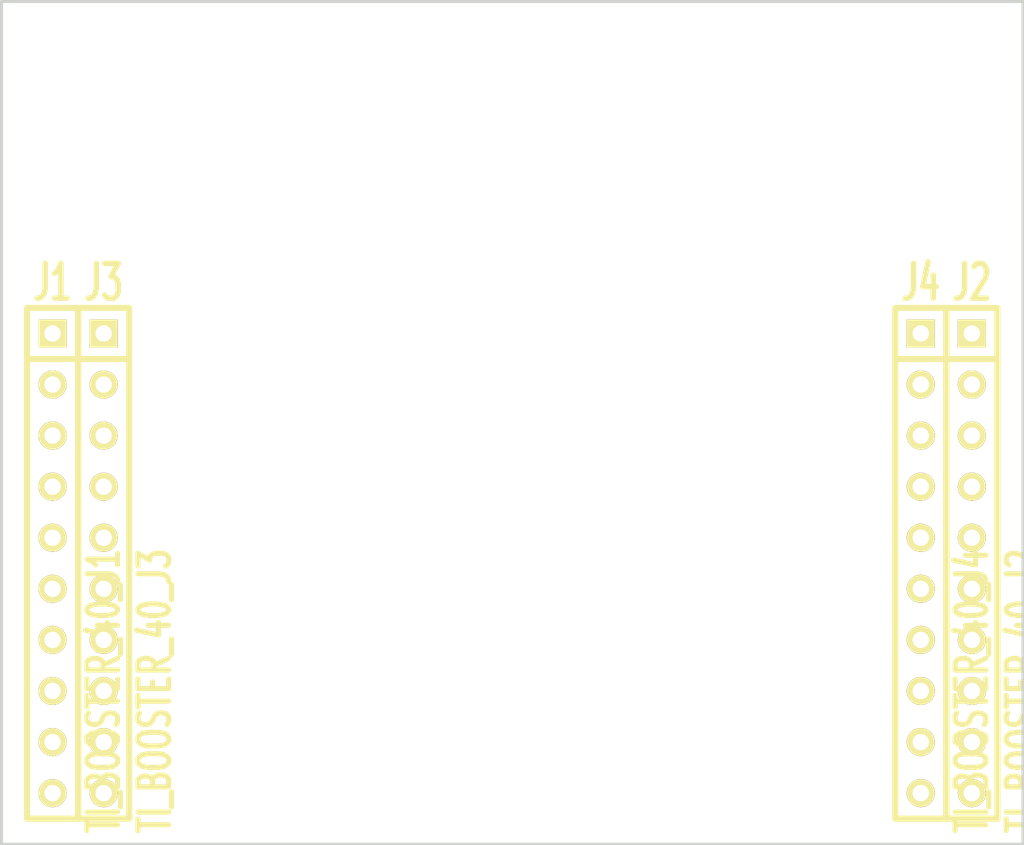
<source format=kicad_pcb>
(kicad_pcb (version 3) (host pcbnew "(22-Jun-2014 BZR 4027)-stable")

  (general
    (links 1)
    (no_connects 1)
    (area 172.984525 104.605002 242.305477 149.137511)
    (thickness 1.6)
    (drawings 9)
    (tracks 0)
    (zones 0)
    (modules 4)
    (nets 4)
  )

  (page A3)
  (layers
    (15 Front signal hide)
    (0 Back signal hide)
    (16 B.Adhes user hide)
    (17 F.Adhes user hide)
    (18 B.Paste user hide)
    (19 F.Paste user hide)
    (20 B.SilkS user hide)
    (21 F.SilkS user hide)
    (22 B.Mask user hide)
    (23 F.Mask user hide)
    (24 Dwgs.User user hide)
    (28 Edge.Cuts user)
  )

  (setup
    (last_trace_width 0.254)
    (trace_clearance 0.254)
    (zone_clearance 0.508)
    (zone_45_only no)
    (trace_min 0.254)
    (segment_width 0.20066)
    (edge_width 0.14986)
    (via_size 0.889)
    (via_drill 0.635)
    (via_min_size 0.889)
    (via_min_drill 0.508)
    (uvia_size 0.508)
    (uvia_drill 0.127)
    (uvias_allowed no)
    (uvia_min_size 0.508)
    (uvia_min_drill 0.127)
    (pcb_text_width 0.3)
    (pcb_text_size 1 1)
    (mod_edge_width 0.14986)
    (mod_text_size 1 1)
    (mod_text_width 0.15)
    (pad_size 1 1)
    (pad_drill 0.6)
    (pad_to_mask_clearance 0)
    (aux_axis_origin 0 0)
    (visible_elements 7FFFFFFF)
    (pcbplotparams
      (layerselection 3178497)
      (usegerberextensions true)
      (excludeedgelayer true)
      (linewidth 0.150000)
      (plotframeref false)
      (viasonmask false)
      (mode 1)
      (useauxorigin false)
      (hpglpennumber 1)
      (hpglpenspeed 20)
      (hpglpendiameter 15)
      (hpglpenoverlay 2)
      (psnegative false)
      (psa4output false)
      (plotreference true)
      (plotvalue true)
      (plotothertext true)
      (plotinvisibletext false)
      (padsonsilk false)
      (subtractmaskfromsilk false)
      (outputformat 1)
      (mirror false)
      (drillshape 1)
      (scaleselection 1)
      (outputdirectory ""))
  )

  (net 0 "")
  (net 1 +5V)
  (net 2 GND)
  (net 3 VCC)

  (net_class Default "This is the default net class."
    (clearance 0.254)
    (trace_width 0.254)
    (via_dia 0.889)
    (via_drill 0.635)
    (uvia_dia 0.508)
    (uvia_drill 0.127)
    (add_net "")
    (add_net +5V)
    (add_net GND)
    (add_net VCC)
  )

  (module SIL-10 (layer Front) (tedit 5080DEE6) (tstamp 5080DE37)
    (at 231.14 133.35 270)
    (descr "Connecteur 10 pins")
    (tags "CONN DEV")
    (path /5080DBF4)
    (fp_text reference J2 (at -13.97 0 360) (layer F.SilkS)
      (effects (font (size 1.72974 1.08712) (thickness 0.3048)))
    )
    (fp_text value TI_BOOSTER_40_J2 (at 6.35 -2.54 270) (layer F.SilkS)
      (effects (font (size 1.524 1.016) (thickness 0.3048)))
    )
    (fp_line (start -12.7 1.27) (end -12.7 -1.27) (layer F.SilkS) (width 0.3048))
    (fp_line (start -12.7 -1.27) (end 12.7 -1.27) (layer F.SilkS) (width 0.3048))
    (fp_line (start 12.7 -1.27) (end 12.7 1.27) (layer F.SilkS) (width 0.3048))
    (fp_line (start 12.7 1.27) (end -12.7 1.27) (layer F.SilkS) (width 0.3048))
    (fp_line (start -10.16 1.27) (end -10.16 -1.27) (layer F.SilkS) (width 0.3048))
    (pad 1 thru_hole rect (at -11.43 0 270) (size 1.397 1.397) (drill 0.8128)
      (layers *.Cu *.Mask F.SilkS)
      (net 2 GND)
    )
    (pad 2 thru_hole circle (at -8.89 0 270) (size 1.397 1.397) (drill 0.8128)
      (layers *.Cu *.Mask F.SilkS)
    )
    (pad 3 thru_hole circle (at -6.35 0 270) (size 1.397 1.397) (drill 0.8128)
      (layers *.Cu *.Mask F.SilkS)
    )
    (pad 4 thru_hole circle (at -3.81 0 270) (size 1.397 1.397) (drill 0.8128)
      (layers *.Cu *.Mask F.SilkS)
    )
    (pad 5 thru_hole circle (at -1.27 0 270) (size 1.397 1.397) (drill 0.8128)
      (layers *.Cu *.Mask F.SilkS)
    )
    (pad 6 thru_hole circle (at 1.27 0 270) (size 1.397 1.397) (drill 0.8128)
      (layers *.Cu *.Mask F.SilkS)
    )
    (pad 7 thru_hole circle (at 3.81 0 270) (size 1.397 1.397) (drill 0.8128)
      (layers *.Cu *.Mask F.SilkS)
    )
    (pad 8 thru_hole circle (at 6.35 0 270) (size 1.397 1.397) (drill 0.8128)
      (layers *.Cu *.Mask F.SilkS)
    )
    (pad 9 thru_hole circle (at 8.89 0 270) (size 1.397 1.397) (drill 0.8128)
      (layers *.Cu *.Mask F.SilkS)
    )
    (pad 10 thru_hole circle (at 11.43 0 270) (size 1.397 1.397) (drill 0.8128)
      (layers *.Cu *.Mask F.SilkS)
    )
  )

  (module SIL-10 (layer Front) (tedit 5080DEED) (tstamp 5080DE4A)
    (at 228.6 133.35 270)
    (descr "Connecteur 10 pins")
    (tags "CONN DEV")
    (path /5080DC12)
    (fp_text reference J4 (at -13.97 0 360) (layer F.SilkS)
      (effects (font (size 1.72974 1.08712) (thickness 0.3048)))
    )
    (fp_text value TI_BOOSTER_40_J4 (at 6.35 -2.54 270) (layer F.SilkS)
      (effects (font (size 1.524 1.016) (thickness 0.3048)))
    )
    (fp_line (start -12.7 1.27) (end -12.7 -1.27) (layer F.SilkS) (width 0.3048))
    (fp_line (start -12.7 -1.27) (end 12.7 -1.27) (layer F.SilkS) (width 0.3048))
    (fp_line (start 12.7 -1.27) (end 12.7 1.27) (layer F.SilkS) (width 0.3048))
    (fp_line (start 12.7 1.27) (end -12.7 1.27) (layer F.SilkS) (width 0.3048))
    (fp_line (start -10.16 1.27) (end -10.16 -1.27) (layer F.SilkS) (width 0.3048))
    (pad 1 thru_hole rect (at -11.43 0 270) (size 1.397 1.397) (drill 0.8128)
      (layers *.Cu *.Mask F.SilkS)
    )
    (pad 2 thru_hole circle (at -8.89 0 270) (size 1.397 1.397) (drill 0.8128)
      (layers *.Cu *.Mask F.SilkS)
    )
    (pad 3 thru_hole circle (at -6.35 0 270) (size 1.397 1.397) (drill 0.8128)
      (layers *.Cu *.Mask F.SilkS)
    )
    (pad 4 thru_hole circle (at -3.81 0 270) (size 1.397 1.397) (drill 0.8128)
      (layers *.Cu *.Mask F.SilkS)
    )
    (pad 5 thru_hole circle (at -1.27 0 270) (size 1.397 1.397) (drill 0.8128)
      (layers *.Cu *.Mask F.SilkS)
    )
    (pad 6 thru_hole circle (at 1.27 0 270) (size 1.397 1.397) (drill 0.8128)
      (layers *.Cu *.Mask F.SilkS)
    )
    (pad 7 thru_hole circle (at 3.81 0 270) (size 1.397 1.397) (drill 0.8128)
      (layers *.Cu *.Mask F.SilkS)
    )
    (pad 8 thru_hole circle (at 6.35 0 270) (size 1.397 1.397) (drill 0.8128)
      (layers *.Cu *.Mask F.SilkS)
    )
    (pad 9 thru_hole circle (at 8.89 0 270) (size 1.397 1.397) (drill 0.8128)
      (layers *.Cu *.Mask F.SilkS)
    )
    (pad 10 thru_hole circle (at 11.43 0 270) (size 1.397 1.397) (drill 0.8128)
      (layers *.Cu *.Mask F.SilkS)
    )
  )

  (module SIL-10 (layer Front) (tedit 5080DEE0) (tstamp 5080AB71)
    (at 187.96 133.35 270)
    (descr "Connecteur 10 pins")
    (tags "CONN DEV")
    (path /5080DC03)
    (fp_text reference J3 (at -13.97 0 360) (layer F.SilkS)
      (effects (font (size 1.72974 1.08712) (thickness 0.3048)))
    )
    (fp_text value TI_BOOSTER_40_J3 (at 6.35 -2.54 270) (layer F.SilkS)
      (effects (font (size 1.524 1.016) (thickness 0.3048)))
    )
    (fp_line (start -12.7 1.27) (end -12.7 -1.27) (layer F.SilkS) (width 0.3048))
    (fp_line (start -12.7 -1.27) (end 12.7 -1.27) (layer F.SilkS) (width 0.3048))
    (fp_line (start 12.7 -1.27) (end 12.7 1.27) (layer F.SilkS) (width 0.3048))
    (fp_line (start 12.7 1.27) (end -12.7 1.27) (layer F.SilkS) (width 0.3048))
    (fp_line (start -10.16 1.27) (end -10.16 -1.27) (layer F.SilkS) (width 0.3048))
    (pad 1 thru_hole rect (at -11.43 0 270) (size 1.397 1.397) (drill 0.8128)
      (layers *.Cu *.Mask F.SilkS)
      (net 1 +5V)
    )
    (pad 2 thru_hole circle (at -8.89 0 270) (size 1.397 1.397) (drill 0.8128)
      (layers *.Cu *.Mask F.SilkS)
      (net 2 GND)
    )
    (pad 3 thru_hole circle (at -6.35 0 270) (size 1.397 1.397) (drill 0.8128)
      (layers *.Cu *.Mask F.SilkS)
    )
    (pad 4 thru_hole circle (at -3.81 0 270) (size 1.397 1.397) (drill 0.8128)
      (layers *.Cu *.Mask F.SilkS)
    )
    (pad 5 thru_hole circle (at -1.27 0 270) (size 1.397 1.397) (drill 0.8128)
      (layers *.Cu *.Mask F.SilkS)
    )
    (pad 6 thru_hole circle (at 1.27 0 270) (size 1.397 1.397) (drill 0.8128)
      (layers *.Cu *.Mask F.SilkS)
    )
    (pad 7 thru_hole circle (at 3.81 0 270) (size 1.397 1.397) (drill 0.8128)
      (layers *.Cu *.Mask F.SilkS)
    )
    (pad 8 thru_hole circle (at 6.35 0 270) (size 1.397 1.397) (drill 0.8128)
      (layers *.Cu *.Mask F.SilkS)
    )
    (pad 9 thru_hole circle (at 8.89 0 270) (size 1.397 1.397) (drill 0.8128)
      (layers *.Cu *.Mask F.SilkS)
    )
    (pad 10 thru_hole circle (at 11.43 0 270) (size 1.397 1.397) (drill 0.8128)
      (layers *.Cu *.Mask F.SilkS)
    )
  )

  (module SIL-10 (layer Front) (tedit 5080DEDC) (tstamp 5080AB8D)
    (at 185.42 133.35 270)
    (descr "Connecteur 10 pins")
    (tags "CONN DEV")
    (path /5080DB5C)
    (fp_text reference J1 (at -13.97 0 360) (layer F.SilkS)
      (effects (font (size 1.72974 1.08712) (thickness 0.3048)))
    )
    (fp_text value TI_BOOSTER_40_J1 (at 6.35 -2.54 270) (layer F.SilkS)
      (effects (font (size 1.524 1.016) (thickness 0.3048)))
    )
    (fp_line (start -12.7 1.27) (end -12.7 -1.27) (layer F.SilkS) (width 0.3048))
    (fp_line (start -12.7 -1.27) (end 12.7 -1.27) (layer F.SilkS) (width 0.3048))
    (fp_line (start 12.7 -1.27) (end 12.7 1.27) (layer F.SilkS) (width 0.3048))
    (fp_line (start 12.7 1.27) (end -12.7 1.27) (layer F.SilkS) (width 0.3048))
    (fp_line (start -10.16 1.27) (end -10.16 -1.27) (layer F.SilkS) (width 0.3048))
    (pad 1 thru_hole rect (at -11.43 0 270) (size 1.397 1.397) (drill 0.8128)
      (layers *.Cu *.Mask F.SilkS)
      (net 3 VCC)
    )
    (pad 2 thru_hole circle (at -8.89 0 270) (size 1.397 1.397) (drill 0.8128)
      (layers *.Cu *.Mask F.SilkS)
    )
    (pad 3 thru_hole circle (at -6.35 0 270) (size 1.397 1.397) (drill 0.8128)
      (layers *.Cu *.Mask F.SilkS)
    )
    (pad 4 thru_hole circle (at -3.81 0 270) (size 1.397 1.397) (drill 0.8128)
      (layers *.Cu *.Mask F.SilkS)
    )
    (pad 5 thru_hole circle (at -1.27 0 270) (size 1.397 1.397) (drill 0.8128)
      (layers *.Cu *.Mask F.SilkS)
    )
    (pad 6 thru_hole circle (at 1.27 0 270) (size 1.397 1.397) (drill 0.8128)
      (layers *.Cu *.Mask F.SilkS)
    )
    (pad 7 thru_hole circle (at 3.81 0 270) (size 1.397 1.397) (drill 0.8128)
      (layers *.Cu *.Mask F.SilkS)
    )
    (pad 8 thru_hole circle (at 6.35 0 270) (size 1.397 1.397) (drill 0.8128)
      (layers *.Cu *.Mask F.SilkS)
    )
    (pad 9 thru_hole circle (at 8.89 0 270) (size 1.397 1.397) (drill 0.8128)
      (layers *.Cu *.Mask F.SilkS)
    )
    (pad 10 thru_hole circle (at 11.43 0 270) (size 1.397 1.397) (drill 0.8128)
      (layers *.Cu *.Mask F.SilkS)
    )
  )

  (gr_line (start 233.68 105.41) (end 233.68 113.03) (angle 90) (layer Edge.Cuts) (width 0.14986))
  (gr_line (start 182.88 105.41) (end 233.68 105.41) (angle 90) (layer Edge.Cuts) (width 0.14986))
  (gr_line (start 182.88 113.03) (end 182.88 105.41) (angle 90) (layer Edge.Cuts) (width 0.14986))
  (dimension 34.29 (width 0.25) (layer Dwgs.User)
    (gr_text "1.3500 in" (at 176.800001 130.175 270) (layer Dwgs.User)
      (effects (font (size 1 1) (thickness 0.25)))
    )
    (feature1 (pts (xy 182.88 147.32) (xy 175.800001 147.32)))
    (feature2 (pts (xy 182.88 113.03) (xy 175.800001 113.03)))
    (crossbar (pts (xy 177.800001 113.03) (xy 177.800001 147.32)))
    (arrow1a (pts (xy 177.800001 147.32) (xy 177.213581 146.193497)))
    (arrow1b (pts (xy 177.800001 147.32) (xy 178.386421 146.193497)))
    (arrow2a (pts (xy 177.800001 113.03) (xy 177.213581 114.156503)))
    (arrow2b (pts (xy 177.800001 113.03) (xy 178.386421 114.156503)))
  )
  (dimension 8.89 (width 0.25) (layer Dwgs.User)
    (gr_text "0.3500 in" (at 238.49 117.475 90) (layer Dwgs.User)
      (effects (font (size 1 1) (thickness 0.25)))
    )
    (feature1 (pts (xy 231.14 113.03) (xy 239.49 113.03)))
    (feature2 (pts (xy 231.14 121.92) (xy 239.49 121.92)))
    (crossbar (pts (xy 237.49 121.92) (xy 237.49 113.03)))
    (arrow1a (pts (xy 237.49 113.03) (xy 238.07642 114.156503)))
    (arrow1b (pts (xy 237.49 113.03) (xy 236.90358 114.156503)))
    (arrow2a (pts (xy 237.49 121.92) (xy 238.07642 120.793497)))
    (arrow2b (pts (xy 237.49 121.92) (xy 236.90358 120.793497)))
  )
  (gr_line (start 233.68 147.32) (end 182.88 147.32) (angle 90) (layer Edge.Cuts) (width 0.15))
  (dimension 50.8 (width 0.25) (layer Dwgs.User)
    (gr_text "2.0000 in" (at 208.28 105.680002) (layer Dwgs.User)
      (effects (font (size 1 1) (thickness 0.25)))
    )
    (feature1 (pts (xy 233.68 113.03) (xy 233.68 104.680002)))
    (feature2 (pts (xy 182.88 113.03) (xy 182.88 104.680002)))
    (crossbar (pts (xy 182.88 106.680002) (xy 233.68 106.680002)))
    (arrow1a (pts (xy 233.68 106.680002) (xy 232.553497 107.266422)))
    (arrow1b (pts (xy 233.68 106.680002) (xy 232.553497 106.093582)))
    (arrow2a (pts (xy 182.88 106.680002) (xy 184.006503 107.266422)))
    (arrow2b (pts (xy 182.88 106.680002) (xy 184.006503 106.093582)))
  )
  (gr_line (start 182.88 147.32) (end 182.88 113.03) (angle 90) (layer Edge.Cuts) (width 0.14986))
  (gr_line (start 233.68 113.03) (end 233.68 147.32) (angle 90) (layer Edge.Cuts) (width 0.14986))

)

</source>
